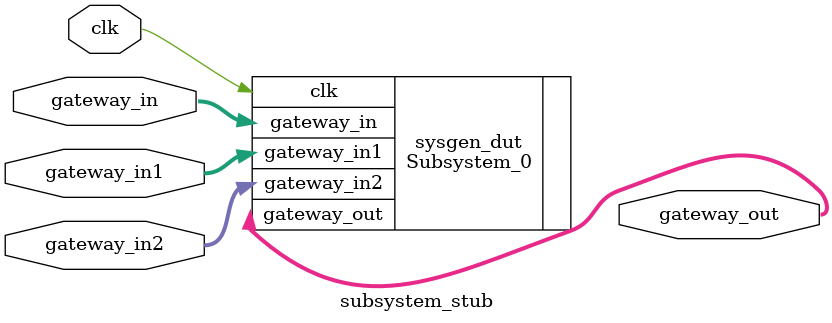
<source format=v>
`timescale 1 ns / 10 ps
module subsystem_stub (
  input [10-1:0] gateway_in,
  input [10-1:0] gateway_in1,
  input [10-1:0] gateway_in2,
  input clk,
  output [24-1:0] gateway_out
);
  Subsystem_0 sysgen_dut (
    .gateway_in(gateway_in),
    .gateway_in1(gateway_in1),
    .gateway_in2(gateway_in2),
    .clk(clk),
    .gateway_out(gateway_out)
  );
endmodule

</source>
